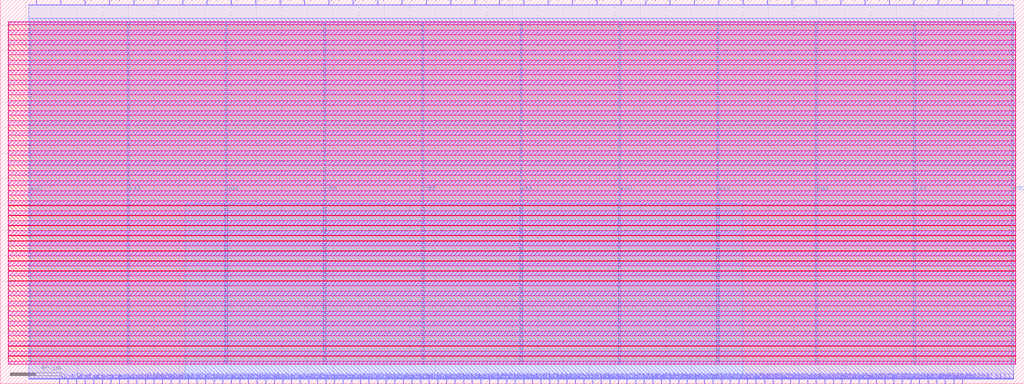
<source format=lef>
VERSION 5.7 ;
  NOWIREEXTENSIONATPIN ON ;
  DIVIDERCHAR "/" ;
  BUSBITCHARS "[]" ;
MACRO wrapped_wb_hyperram
  CLASS BLOCK ;
  FOREIGN wrapped_wb_hyperram ;
  ORIGIN 0.000 0.000 ;
  SIZE 800.000 BY 300.000 ;
  PIN io_in[0]
    DIRECTION INPUT ;
    USE SIGNAL ;
    PORT
      LAYER Metal2 ;
        RECT 47.040 296.000 47.600 300.000 ;
    END
  END io_in[0]
  PIN io_in[10]
    DIRECTION INPUT ;
    USE SIGNAL ;
    ANTENNAGATEAREA 0.498500 ;
    ANTENNADIFFAREA 0.410400 ;
    PORT
      LAYER Metal2 ;
        RECT 618.240 296.000 618.800 300.000 ;
    END
  END io_in[10]
  PIN io_in[11]
    DIRECTION INPUT ;
    USE SIGNAL ;
    ANTENNAGATEAREA 0.726000 ;
    ANTENNADIFFAREA 0.410400 ;
    PORT
      LAYER Metal2 ;
        RECT 675.360 296.000 675.920 300.000 ;
    END
  END io_in[11]
  PIN io_in[12]
    DIRECTION INPUT ;
    USE SIGNAL ;
    ANTENNAGATEAREA 0.726000 ;
    ANTENNADIFFAREA 0.410400 ;
    PORT
      LAYER Metal2 ;
        RECT 732.480 296.000 733.040 300.000 ;
    END
  END io_in[12]
  PIN io_in[1]
    DIRECTION INPUT ;
    USE SIGNAL ;
    PORT
      LAYER Metal2 ;
        RECT 104.160 296.000 104.720 300.000 ;
    END
  END io_in[1]
  PIN io_in[2]
    DIRECTION INPUT ;
    USE SIGNAL ;
    PORT
      LAYER Metal2 ;
        RECT 161.280 296.000 161.840 300.000 ;
    END
  END io_in[2]
  PIN io_in[3]
    DIRECTION INPUT ;
    USE SIGNAL ;
    PORT
      LAYER Metal2 ;
        RECT 218.400 296.000 218.960 300.000 ;
    END
  END io_in[3]
  PIN io_in[4]
    DIRECTION INPUT ;
    USE SIGNAL ;
    ANTENNAGATEAREA 0.726000 ;
    ANTENNADIFFAREA 0.410400 ;
    PORT
      LAYER Metal2 ;
        RECT 275.520 296.000 276.080 300.000 ;
    END
  END io_in[4]
  PIN io_in[5]
    DIRECTION INPUT ;
    USE SIGNAL ;
    ANTENNAGATEAREA 0.498500 ;
    ANTENNADIFFAREA 0.410400 ;
    PORT
      LAYER Metal2 ;
        RECT 332.640 296.000 333.200 300.000 ;
    END
  END io_in[5]
  PIN io_in[6]
    DIRECTION INPUT ;
    USE SIGNAL ;
    ANTENNAGATEAREA 0.741000 ;
    ANTENNADIFFAREA 0.410400 ;
    PORT
      LAYER Metal2 ;
        RECT 389.760 296.000 390.320 300.000 ;
    END
  END io_in[6]
  PIN io_in[7]
    DIRECTION INPUT ;
    USE SIGNAL ;
    ANTENNAGATEAREA 0.498500 ;
    ANTENNADIFFAREA 0.410400 ;
    PORT
      LAYER Metal2 ;
        RECT 446.880 296.000 447.440 300.000 ;
    END
  END io_in[7]
  PIN io_in[8]
    DIRECTION INPUT ;
    USE SIGNAL ;
    ANTENNAGATEAREA 0.498500 ;
    ANTENNADIFFAREA 0.410400 ;
    PORT
      LAYER Metal2 ;
        RECT 504.000 296.000 504.560 300.000 ;
    END
  END io_in[8]
  PIN io_in[9]
    DIRECTION INPUT ;
    USE SIGNAL ;
    ANTENNAGATEAREA 0.498500 ;
    ANTENNADIFFAREA 0.410400 ;
    PORT
      LAYER Metal2 ;
        RECT 561.120 296.000 561.680 300.000 ;
    END
  END io_in[9]
  PIN io_oeb[0]
    DIRECTION OUTPUT TRISTATE ;
    USE SIGNAL ;
    ANTENNADIFFAREA 0.360800 ;
    PORT
      LAYER Metal2 ;
        RECT 66.080 296.000 66.640 300.000 ;
    END
  END io_oeb[0]
  PIN io_oeb[10]
    DIRECTION OUTPUT TRISTATE ;
    USE SIGNAL ;
    ANTENNADIFFAREA 4.731200 ;
    PORT
      LAYER Metal2 ;
        RECT 637.280 296.000 637.840 300.000 ;
    END
  END io_oeb[10]
  PIN io_oeb[11]
    DIRECTION OUTPUT TRISTATE ;
    USE SIGNAL ;
    ANTENNADIFFAREA 4.731200 ;
    PORT
      LAYER Metal2 ;
        RECT 694.400 296.000 694.960 300.000 ;
    END
  END io_oeb[11]
  PIN io_oeb[12]
    DIRECTION OUTPUT TRISTATE ;
    USE SIGNAL ;
    ANTENNADIFFAREA 4.731200 ;
    PORT
      LAYER Metal2 ;
        RECT 751.520 296.000 752.080 300.000 ;
    END
  END io_oeb[12]
  PIN io_oeb[1]
    DIRECTION OUTPUT TRISTATE ;
    USE SIGNAL ;
    ANTENNADIFFAREA 0.360800 ;
    PORT
      LAYER Metal2 ;
        RECT 123.200 296.000 123.760 300.000 ;
    END
  END io_oeb[1]
  PIN io_oeb[2]
    DIRECTION OUTPUT TRISTATE ;
    USE SIGNAL ;
    ANTENNADIFFAREA 0.360800 ;
    PORT
      LAYER Metal2 ;
        RECT 180.320 296.000 180.880 300.000 ;
    END
  END io_oeb[2]
  PIN io_oeb[3]
    DIRECTION OUTPUT TRISTATE ;
    USE SIGNAL ;
    ANTENNADIFFAREA 0.360800 ;
    PORT
      LAYER Metal2 ;
        RECT 237.440 296.000 238.000 300.000 ;
    END
  END io_oeb[3]
  PIN io_oeb[4]
    DIRECTION OUTPUT TRISTATE ;
    USE SIGNAL ;
    ANTENNADIFFAREA 4.731200 ;
    PORT
      LAYER Metal2 ;
        RECT 294.560 296.000 295.120 300.000 ;
    END
  END io_oeb[4]
  PIN io_oeb[5]
    DIRECTION OUTPUT TRISTATE ;
    USE SIGNAL ;
    ANTENNADIFFAREA 4.731200 ;
    PORT
      LAYER Metal2 ;
        RECT 351.680 296.000 352.240 300.000 ;
    END
  END io_oeb[5]
  PIN io_oeb[6]
    DIRECTION OUTPUT TRISTATE ;
    USE SIGNAL ;
    ANTENNADIFFAREA 4.731200 ;
    PORT
      LAYER Metal2 ;
        RECT 408.800 296.000 409.360 300.000 ;
    END
  END io_oeb[6]
  PIN io_oeb[7]
    DIRECTION OUTPUT TRISTATE ;
    USE SIGNAL ;
    ANTENNADIFFAREA 4.731200 ;
    PORT
      LAYER Metal2 ;
        RECT 465.920 296.000 466.480 300.000 ;
    END
  END io_oeb[7]
  PIN io_oeb[8]
    DIRECTION OUTPUT TRISTATE ;
    USE SIGNAL ;
    ANTENNADIFFAREA 4.731200 ;
    PORT
      LAYER Metal2 ;
        RECT 523.040 296.000 523.600 300.000 ;
    END
  END io_oeb[8]
  PIN io_oeb[9]
    DIRECTION OUTPUT TRISTATE ;
    USE SIGNAL ;
    ANTENNADIFFAREA 4.731200 ;
    PORT
      LAYER Metal2 ;
        RECT 580.160 296.000 580.720 300.000 ;
    END
  END io_oeb[9]
  PIN io_out[0]
    DIRECTION OUTPUT TRISTATE ;
    USE SIGNAL ;
    ANTENNADIFFAREA 4.731200 ;
    PORT
      LAYER Metal2 ;
        RECT 85.120 296.000 85.680 300.000 ;
    END
  END io_out[0]
  PIN io_out[10]
    DIRECTION OUTPUT TRISTATE ;
    USE SIGNAL ;
    ANTENNADIFFAREA 4.731200 ;
    PORT
      LAYER Metal2 ;
        RECT 656.320 296.000 656.880 300.000 ;
    END
  END io_out[10]
  PIN io_out[11]
    DIRECTION OUTPUT TRISTATE ;
    USE SIGNAL ;
    ANTENNADIFFAREA 4.731200 ;
    PORT
      LAYER Metal2 ;
        RECT 713.440 296.000 714.000 300.000 ;
    END
  END io_out[11]
  PIN io_out[12]
    DIRECTION OUTPUT TRISTATE ;
    USE SIGNAL ;
    ANTENNADIFFAREA 4.731200 ;
    PORT
      LAYER Metal2 ;
        RECT 770.560 296.000 771.120 300.000 ;
    END
  END io_out[12]
  PIN io_out[1]
    DIRECTION OUTPUT TRISTATE ;
    USE SIGNAL ;
    ANTENNADIFFAREA 4.731200 ;
    PORT
      LAYER Metal2 ;
        RECT 142.240 296.000 142.800 300.000 ;
    END
  END io_out[1]
  PIN io_out[2]
    DIRECTION OUTPUT TRISTATE ;
    USE SIGNAL ;
    ANTENNADIFFAREA 4.731200 ;
    PORT
      LAYER Metal2 ;
        RECT 199.360 296.000 199.920 300.000 ;
    END
  END io_out[2]
  PIN io_out[3]
    DIRECTION OUTPUT TRISTATE ;
    USE SIGNAL ;
    ANTENNADIFFAREA 4.731200 ;
    PORT
      LAYER Metal2 ;
        RECT 256.480 296.000 257.040 300.000 ;
    END
  END io_out[3]
  PIN io_out[4]
    DIRECTION OUTPUT TRISTATE ;
    USE SIGNAL ;
    ANTENNADIFFAREA 4.731200 ;
    PORT
      LAYER Metal2 ;
        RECT 313.600 296.000 314.160 300.000 ;
    END
  END io_out[4]
  PIN io_out[5]
    DIRECTION OUTPUT TRISTATE ;
    USE SIGNAL ;
    ANTENNADIFFAREA 4.731200 ;
    PORT
      LAYER Metal2 ;
        RECT 370.720 296.000 371.280 300.000 ;
    END
  END io_out[5]
  PIN io_out[6]
    DIRECTION OUTPUT TRISTATE ;
    USE SIGNAL ;
    ANTENNADIFFAREA 4.731200 ;
    PORT
      LAYER Metal2 ;
        RECT 427.840 296.000 428.400 300.000 ;
    END
  END io_out[6]
  PIN io_out[7]
    DIRECTION OUTPUT TRISTATE ;
    USE SIGNAL ;
    ANTENNADIFFAREA 4.731200 ;
    PORT
      LAYER Metal2 ;
        RECT 484.960 296.000 485.520 300.000 ;
    END
  END io_out[7]
  PIN io_out[8]
    DIRECTION OUTPUT TRISTATE ;
    USE SIGNAL ;
    ANTENNADIFFAREA 4.731200 ;
    PORT
      LAYER Metal2 ;
        RECT 542.080 296.000 542.640 300.000 ;
    END
  END io_out[8]
  PIN io_out[9]
    DIRECTION OUTPUT TRISTATE ;
    USE SIGNAL ;
    ANTENNADIFFAREA 4.731200 ;
    PORT
      LAYER Metal2 ;
        RECT 599.200 296.000 599.760 300.000 ;
    END
  END io_out[9]
  PIN rst_i
    DIRECTION INPUT ;
    USE SIGNAL ;
    ANTENNAGATEAREA 0.498500 ;
    ANTENNADIFFAREA 0.410400 ;
    PORT
      LAYER Metal2 ;
        RECT 28.000 296.000 28.560 300.000 ;
    END
  END rst_i
  PIN vdd
    DIRECTION INOUT ;
    USE POWER ;
    PORT
      LAYER Metal4 ;
        RECT 22.240 15.380 23.840 282.540 ;
    END
    PORT
      LAYER Metal4 ;
        RECT 175.840 15.380 177.440 282.540 ;
    END
    PORT
      LAYER Metal4 ;
        RECT 329.440 15.380 331.040 282.540 ;
    END
    PORT
      LAYER Metal4 ;
        RECT 483.040 15.380 484.640 282.540 ;
    END
    PORT
      LAYER Metal4 ;
        RECT 636.640 15.380 638.240 282.540 ;
    END
    PORT
      LAYER Metal4 ;
        RECT 790.240 15.380 791.840 282.540 ;
    END
  END vdd
  PIN vss
    DIRECTION INOUT ;
    USE GROUND ;
    PORT
      LAYER Metal4 ;
        RECT 99.040 15.380 100.640 282.540 ;
    END
    PORT
      LAYER Metal4 ;
        RECT 252.640 15.380 254.240 282.540 ;
    END
    PORT
      LAYER Metal4 ;
        RECT 406.240 15.380 407.840 282.540 ;
    END
    PORT
      LAYER Metal4 ;
        RECT 559.840 15.380 561.440 282.540 ;
    END
    PORT
      LAYER Metal4 ;
        RECT 713.440 15.380 715.040 282.540 ;
    END
  END vss
  PIN wb_clk_i
    DIRECTION INPUT ;
    USE SIGNAL ;
    ANTENNAGATEAREA 4.738000 ;
    ANTENNADIFFAREA 0.410400 ;
    PORT
      LAYER Metal2 ;
        RECT 45.920 0.000 46.480 4.000 ;
    END
  END wb_clk_i
  PIN wb_rst_i
    DIRECTION INPUT ;
    USE SIGNAL ;
    ANTENNAGATEAREA 0.726000 ;
    ANTENNADIFFAREA 0.410400 ;
    PORT
      LAYER Metal2 ;
        RECT 52.640 0.000 53.200 4.000 ;
    END
  END wb_rst_i
  PIN wbs_ack_o
    DIRECTION OUTPUT TRISTATE ;
    USE SIGNAL ;
    ANTENNADIFFAREA 4.731200 ;
    PORT
      LAYER Metal2 ;
        RECT 59.360 0.000 59.920 4.000 ;
    END
  END wbs_ack_o
  PIN wbs_adr_i[0]
    DIRECTION INPUT ;
    USE SIGNAL ;
    ANTENNAGATEAREA 0.396000 ;
    ANTENNADIFFAREA 0.410400 ;
    PORT
      LAYER Metal2 ;
        RECT 86.240 0.000 86.800 4.000 ;
    END
  END wbs_adr_i[0]
  PIN wbs_adr_i[10]
    DIRECTION INPUT ;
    USE SIGNAL ;
    ANTENNAGATEAREA 0.396000 ;
    ANTENNADIFFAREA 0.410400 ;
    PORT
      LAYER Metal2 ;
        RECT 314.720 0.000 315.280 4.000 ;
    END
  END wbs_adr_i[10]
  PIN wbs_adr_i[11]
    DIRECTION INPUT ;
    USE SIGNAL ;
    ANTENNAGATEAREA 0.396000 ;
    ANTENNADIFFAREA 0.410400 ;
    PORT
      LAYER Metal2 ;
        RECT 334.880 0.000 335.440 4.000 ;
    END
  END wbs_adr_i[11]
  PIN wbs_adr_i[12]
    DIRECTION INPUT ;
    USE SIGNAL ;
    ANTENNAGATEAREA 0.396000 ;
    ANTENNADIFFAREA 0.410400 ;
    PORT
      LAYER Metal2 ;
        RECT 355.040 0.000 355.600 4.000 ;
    END
  END wbs_adr_i[12]
  PIN wbs_adr_i[13]
    DIRECTION INPUT ;
    USE SIGNAL ;
    ANTENNAGATEAREA 0.396000 ;
    ANTENNADIFFAREA 0.410400 ;
    PORT
      LAYER Metal2 ;
        RECT 375.200 0.000 375.760 4.000 ;
    END
  END wbs_adr_i[13]
  PIN wbs_adr_i[14]
    DIRECTION INPUT ;
    USE SIGNAL ;
    ANTENNAGATEAREA 0.396000 ;
    ANTENNADIFFAREA 0.410400 ;
    PORT
      LAYER Metal2 ;
        RECT 395.360 0.000 395.920 4.000 ;
    END
  END wbs_adr_i[14]
  PIN wbs_adr_i[15]
    DIRECTION INPUT ;
    USE SIGNAL ;
    ANTENNAGATEAREA 0.396000 ;
    ANTENNADIFFAREA 0.410400 ;
    PORT
      LAYER Metal2 ;
        RECT 415.520 0.000 416.080 4.000 ;
    END
  END wbs_adr_i[15]
  PIN wbs_adr_i[16]
    DIRECTION INPUT ;
    USE SIGNAL ;
    ANTENNAGATEAREA 0.396000 ;
    ANTENNADIFFAREA 0.410400 ;
    PORT
      LAYER Metal2 ;
        RECT 435.680 0.000 436.240 4.000 ;
    END
  END wbs_adr_i[16]
  PIN wbs_adr_i[17]
    DIRECTION INPUT ;
    USE SIGNAL ;
    ANTENNAGATEAREA 0.396000 ;
    ANTENNADIFFAREA 0.410400 ;
    PORT
      LAYER Metal2 ;
        RECT 455.840 0.000 456.400 4.000 ;
    END
  END wbs_adr_i[17]
  PIN wbs_adr_i[18]
    DIRECTION INPUT ;
    USE SIGNAL ;
    ANTENNAGATEAREA 0.396000 ;
    ANTENNADIFFAREA 0.410400 ;
    PORT
      LAYER Metal2 ;
        RECT 476.000 0.000 476.560 4.000 ;
    END
  END wbs_adr_i[18]
  PIN wbs_adr_i[19]
    DIRECTION INPUT ;
    USE SIGNAL ;
    ANTENNAGATEAREA 0.396000 ;
    ANTENNADIFFAREA 0.410400 ;
    PORT
      LAYER Metal2 ;
        RECT 496.160 0.000 496.720 4.000 ;
    END
  END wbs_adr_i[19]
  PIN wbs_adr_i[1]
    DIRECTION INPUT ;
    USE SIGNAL ;
    ANTENNAGATEAREA 0.396000 ;
    ANTENNADIFFAREA 0.410400 ;
    PORT
      LAYER Metal2 ;
        RECT 113.120 0.000 113.680 4.000 ;
    END
  END wbs_adr_i[1]
  PIN wbs_adr_i[20]
    DIRECTION INPUT ;
    USE SIGNAL ;
    ANTENNAGATEAREA 0.396000 ;
    ANTENNADIFFAREA 0.410400 ;
    PORT
      LAYER Metal2 ;
        RECT 516.320 0.000 516.880 4.000 ;
    END
  END wbs_adr_i[20]
  PIN wbs_adr_i[21]
    DIRECTION INPUT ;
    USE SIGNAL ;
    ANTENNAGATEAREA 0.396000 ;
    ANTENNADIFFAREA 0.410400 ;
    PORT
      LAYER Metal2 ;
        RECT 536.480 0.000 537.040 4.000 ;
    END
  END wbs_adr_i[21]
  PIN wbs_adr_i[22]
    DIRECTION INPUT ;
    USE SIGNAL ;
    ANTENNAGATEAREA 0.396000 ;
    ANTENNADIFFAREA 0.410400 ;
    PORT
      LAYER Metal2 ;
        RECT 556.640 0.000 557.200 4.000 ;
    END
  END wbs_adr_i[22]
  PIN wbs_adr_i[23]
    DIRECTION INPUT ;
    USE SIGNAL ;
    ANTENNAGATEAREA 0.396000 ;
    ANTENNADIFFAREA 0.410400 ;
    PORT
      LAYER Metal2 ;
        RECT 576.800 0.000 577.360 4.000 ;
    END
  END wbs_adr_i[23]
  PIN wbs_adr_i[24]
    DIRECTION INPUT ;
    USE SIGNAL ;
    ANTENNAGATEAREA 0.396000 ;
    ANTENNADIFFAREA 0.410400 ;
    PORT
      LAYER Metal2 ;
        RECT 596.960 0.000 597.520 4.000 ;
    END
  END wbs_adr_i[24]
  PIN wbs_adr_i[25]
    DIRECTION INPUT ;
    USE SIGNAL ;
    ANTENNAGATEAREA 0.741000 ;
    ANTENNADIFFAREA 0.410400 ;
    PORT
      LAYER Metal2 ;
        RECT 617.120 0.000 617.680 4.000 ;
    END
  END wbs_adr_i[25]
  PIN wbs_adr_i[26]
    DIRECTION INPUT ;
    USE SIGNAL ;
    ANTENNAGATEAREA 0.396000 ;
    ANTENNADIFFAREA 0.410400 ;
    PORT
      LAYER Metal2 ;
        RECT 637.280 0.000 637.840 4.000 ;
    END
  END wbs_adr_i[26]
  PIN wbs_adr_i[27]
    DIRECTION INPUT ;
    USE SIGNAL ;
    ANTENNAGATEAREA 0.741000 ;
    ANTENNADIFFAREA 0.410400 ;
    PORT
      LAYER Metal2 ;
        RECT 657.440 0.000 658.000 4.000 ;
    END
  END wbs_adr_i[27]
  PIN wbs_adr_i[28]
    DIRECTION INPUT ;
    USE SIGNAL ;
    ANTENNAGATEAREA 0.741000 ;
    ANTENNADIFFAREA 0.410400 ;
    PORT
      LAYER Metal2 ;
        RECT 677.600 0.000 678.160 4.000 ;
    END
  END wbs_adr_i[28]
  PIN wbs_adr_i[29]
    DIRECTION INPUT ;
    USE SIGNAL ;
    ANTENNAGATEAREA 0.741000 ;
    ANTENNADIFFAREA 0.410400 ;
    PORT
      LAYER Metal2 ;
        RECT 697.760 0.000 698.320 4.000 ;
    END
  END wbs_adr_i[29]
  PIN wbs_adr_i[2]
    DIRECTION INPUT ;
    USE SIGNAL ;
    ANTENNAGATEAREA 0.396000 ;
    ANTENNADIFFAREA 0.410400 ;
    PORT
      LAYER Metal2 ;
        RECT 140.000 0.000 140.560 4.000 ;
    END
  END wbs_adr_i[2]
  PIN wbs_adr_i[30]
    DIRECTION INPUT ;
    USE SIGNAL ;
    ANTENNAGATEAREA 0.396000 ;
    ANTENNADIFFAREA 0.410400 ;
    PORT
      LAYER Metal2 ;
        RECT 717.920 0.000 718.480 4.000 ;
    END
  END wbs_adr_i[30]
  PIN wbs_adr_i[31]
    DIRECTION INPUT ;
    USE SIGNAL ;
    ANTENNAGATEAREA 0.741000 ;
    ANTENNADIFFAREA 0.410400 ;
    PORT
      LAYER Metal2 ;
        RECT 738.080 0.000 738.640 4.000 ;
    END
  END wbs_adr_i[31]
  PIN wbs_adr_i[3]
    DIRECTION INPUT ;
    USE SIGNAL ;
    ANTENNAGATEAREA 0.396000 ;
    ANTENNADIFFAREA 0.410400 ;
    PORT
      LAYER Metal2 ;
        RECT 166.880 0.000 167.440 4.000 ;
    END
  END wbs_adr_i[3]
  PIN wbs_adr_i[4]
    DIRECTION INPUT ;
    USE SIGNAL ;
    ANTENNAGATEAREA 0.396000 ;
    ANTENNADIFFAREA 0.410400 ;
    PORT
      LAYER Metal2 ;
        RECT 193.760 0.000 194.320 4.000 ;
    END
  END wbs_adr_i[4]
  PIN wbs_adr_i[5]
    DIRECTION INPUT ;
    USE SIGNAL ;
    ANTENNAGATEAREA 0.396000 ;
    ANTENNADIFFAREA 0.410400 ;
    PORT
      LAYER Metal2 ;
        RECT 213.920 0.000 214.480 4.000 ;
    END
  END wbs_adr_i[5]
  PIN wbs_adr_i[6]
    DIRECTION INPUT ;
    USE SIGNAL ;
    ANTENNAGATEAREA 0.396000 ;
    ANTENNADIFFAREA 0.410400 ;
    PORT
      LAYER Metal2 ;
        RECT 234.080 0.000 234.640 4.000 ;
    END
  END wbs_adr_i[6]
  PIN wbs_adr_i[7]
    DIRECTION INPUT ;
    USE SIGNAL ;
    ANTENNAGATEAREA 0.396000 ;
    ANTENNADIFFAREA 0.410400 ;
    PORT
      LAYER Metal2 ;
        RECT 254.240 0.000 254.800 4.000 ;
    END
  END wbs_adr_i[7]
  PIN wbs_adr_i[8]
    DIRECTION INPUT ;
    USE SIGNAL ;
    ANTENNAGATEAREA 0.396000 ;
    ANTENNADIFFAREA 0.410400 ;
    PORT
      LAYER Metal2 ;
        RECT 274.400 0.000 274.960 4.000 ;
    END
  END wbs_adr_i[8]
  PIN wbs_adr_i[9]
    DIRECTION INPUT ;
    USE SIGNAL ;
    ANTENNAGATEAREA 0.396000 ;
    ANTENNADIFFAREA 0.410400 ;
    PORT
      LAYER Metal2 ;
        RECT 294.560 0.000 295.120 4.000 ;
    END
  END wbs_adr_i[9]
  PIN wbs_cyc_i
    DIRECTION INPUT ;
    USE SIGNAL ;
    ANTENNAGATEAREA 0.741000 ;
    ANTENNADIFFAREA 0.410400 ;
    PORT
      LAYER Metal2 ;
        RECT 66.080 0.000 66.640 4.000 ;
    END
  END wbs_cyc_i
  PIN wbs_dat_i[0]
    DIRECTION INPUT ;
    USE SIGNAL ;
    ANTENNAGATEAREA 0.396000 ;
    ANTENNADIFFAREA 0.410400 ;
    PORT
      LAYER Metal2 ;
        RECT 92.960 0.000 93.520 4.000 ;
    END
  END wbs_dat_i[0]
  PIN wbs_dat_i[10]
    DIRECTION INPUT ;
    USE SIGNAL ;
    ANTENNAGATEAREA 0.396000 ;
    ANTENNADIFFAREA 0.410400 ;
    PORT
      LAYER Metal2 ;
        RECT 321.440 0.000 322.000 4.000 ;
    END
  END wbs_dat_i[10]
  PIN wbs_dat_i[11]
    DIRECTION INPUT ;
    USE SIGNAL ;
    ANTENNAGATEAREA 0.396000 ;
    ANTENNADIFFAREA 0.410400 ;
    PORT
      LAYER Metal2 ;
        RECT 341.600 0.000 342.160 4.000 ;
    END
  END wbs_dat_i[11]
  PIN wbs_dat_i[12]
    DIRECTION INPUT ;
    USE SIGNAL ;
    ANTENNAGATEAREA 0.396000 ;
    ANTENNADIFFAREA 0.410400 ;
    PORT
      LAYER Metal2 ;
        RECT 361.760 0.000 362.320 4.000 ;
    END
  END wbs_dat_i[12]
  PIN wbs_dat_i[13]
    DIRECTION INPUT ;
    USE SIGNAL ;
    ANTENNAGATEAREA 0.396000 ;
    ANTENNADIFFAREA 0.410400 ;
    PORT
      LAYER Metal2 ;
        RECT 381.920 0.000 382.480 4.000 ;
    END
  END wbs_dat_i[13]
  PIN wbs_dat_i[14]
    DIRECTION INPUT ;
    USE SIGNAL ;
    ANTENNAGATEAREA 0.396000 ;
    ANTENNADIFFAREA 0.410400 ;
    PORT
      LAYER Metal2 ;
        RECT 402.080 0.000 402.640 4.000 ;
    END
  END wbs_dat_i[14]
  PIN wbs_dat_i[15]
    DIRECTION INPUT ;
    USE SIGNAL ;
    ANTENNAGATEAREA 0.396000 ;
    ANTENNADIFFAREA 0.410400 ;
    PORT
      LAYER Metal2 ;
        RECT 422.240 0.000 422.800 4.000 ;
    END
  END wbs_dat_i[15]
  PIN wbs_dat_i[16]
    DIRECTION INPUT ;
    USE SIGNAL ;
    ANTENNAGATEAREA 0.396000 ;
    ANTENNADIFFAREA 0.410400 ;
    PORT
      LAYER Metal2 ;
        RECT 442.400 0.000 442.960 4.000 ;
    END
  END wbs_dat_i[16]
  PIN wbs_dat_i[17]
    DIRECTION INPUT ;
    USE SIGNAL ;
    ANTENNAGATEAREA 0.396000 ;
    ANTENNADIFFAREA 0.410400 ;
    PORT
      LAYER Metal2 ;
        RECT 462.560 0.000 463.120 4.000 ;
    END
  END wbs_dat_i[17]
  PIN wbs_dat_i[18]
    DIRECTION INPUT ;
    USE SIGNAL ;
    ANTENNAGATEAREA 0.396000 ;
    ANTENNADIFFAREA 0.410400 ;
    PORT
      LAYER Metal2 ;
        RECT 482.720 0.000 483.280 4.000 ;
    END
  END wbs_dat_i[18]
  PIN wbs_dat_i[19]
    DIRECTION INPUT ;
    USE SIGNAL ;
    ANTENNAGATEAREA 0.396000 ;
    ANTENNADIFFAREA 0.410400 ;
    PORT
      LAYER Metal2 ;
        RECT 502.880 0.000 503.440 4.000 ;
    END
  END wbs_dat_i[19]
  PIN wbs_dat_i[1]
    DIRECTION INPUT ;
    USE SIGNAL ;
    ANTENNAGATEAREA 0.396000 ;
    ANTENNADIFFAREA 0.410400 ;
    PORT
      LAYER Metal2 ;
        RECT 119.840 0.000 120.400 4.000 ;
    END
  END wbs_dat_i[1]
  PIN wbs_dat_i[20]
    DIRECTION INPUT ;
    USE SIGNAL ;
    ANTENNAGATEAREA 0.396000 ;
    ANTENNADIFFAREA 0.410400 ;
    PORT
      LAYER Metal2 ;
        RECT 523.040 0.000 523.600 4.000 ;
    END
  END wbs_dat_i[20]
  PIN wbs_dat_i[21]
    DIRECTION INPUT ;
    USE SIGNAL ;
    ANTENNAGATEAREA 0.396000 ;
    ANTENNADIFFAREA 0.410400 ;
    PORT
      LAYER Metal2 ;
        RECT 543.200 0.000 543.760 4.000 ;
    END
  END wbs_dat_i[21]
  PIN wbs_dat_i[22]
    DIRECTION INPUT ;
    USE SIGNAL ;
    ANTENNAGATEAREA 0.396000 ;
    ANTENNADIFFAREA 0.410400 ;
    PORT
      LAYER Metal2 ;
        RECT 563.360 0.000 563.920 4.000 ;
    END
  END wbs_dat_i[22]
  PIN wbs_dat_i[23]
    DIRECTION INPUT ;
    USE SIGNAL ;
    ANTENNAGATEAREA 0.396000 ;
    ANTENNADIFFAREA 0.410400 ;
    PORT
      LAYER Metal2 ;
        RECT 583.520 0.000 584.080 4.000 ;
    END
  END wbs_dat_i[23]
  PIN wbs_dat_i[24]
    DIRECTION INPUT ;
    USE SIGNAL ;
    ANTENNAGATEAREA 0.396000 ;
    ANTENNADIFFAREA 0.410400 ;
    PORT
      LAYER Metal2 ;
        RECT 603.680 0.000 604.240 4.000 ;
    END
  END wbs_dat_i[24]
  PIN wbs_dat_i[25]
    DIRECTION INPUT ;
    USE SIGNAL ;
    ANTENNAGATEAREA 0.396000 ;
    ANTENNADIFFAREA 0.410400 ;
    PORT
      LAYER Metal2 ;
        RECT 623.840 0.000 624.400 4.000 ;
    END
  END wbs_dat_i[25]
  PIN wbs_dat_i[26]
    DIRECTION INPUT ;
    USE SIGNAL ;
    ANTENNAGATEAREA 0.396000 ;
    ANTENNADIFFAREA 0.410400 ;
    PORT
      LAYER Metal2 ;
        RECT 644.000 0.000 644.560 4.000 ;
    END
  END wbs_dat_i[26]
  PIN wbs_dat_i[27]
    DIRECTION INPUT ;
    USE SIGNAL ;
    ANTENNAGATEAREA 0.396000 ;
    ANTENNADIFFAREA 0.410400 ;
    PORT
      LAYER Metal2 ;
        RECT 664.160 0.000 664.720 4.000 ;
    END
  END wbs_dat_i[27]
  PIN wbs_dat_i[28]
    DIRECTION INPUT ;
    USE SIGNAL ;
    ANTENNAGATEAREA 0.396000 ;
    ANTENNADIFFAREA 0.410400 ;
    PORT
      LAYER Metal2 ;
        RECT 684.320 0.000 684.880 4.000 ;
    END
  END wbs_dat_i[28]
  PIN wbs_dat_i[29]
    DIRECTION INPUT ;
    USE SIGNAL ;
    ANTENNAGATEAREA 0.396000 ;
    ANTENNADIFFAREA 0.410400 ;
    PORT
      LAYER Metal2 ;
        RECT 704.480 0.000 705.040 4.000 ;
    END
  END wbs_dat_i[29]
  PIN wbs_dat_i[2]
    DIRECTION INPUT ;
    USE SIGNAL ;
    ANTENNAGATEAREA 0.396000 ;
    ANTENNADIFFAREA 0.410400 ;
    PORT
      LAYER Metal2 ;
        RECT 146.720 0.000 147.280 4.000 ;
    END
  END wbs_dat_i[2]
  PIN wbs_dat_i[30]
    DIRECTION INPUT ;
    USE SIGNAL ;
    ANTENNAGATEAREA 0.396000 ;
    ANTENNADIFFAREA 0.410400 ;
    PORT
      LAYER Metal2 ;
        RECT 724.640 0.000 725.200 4.000 ;
    END
  END wbs_dat_i[30]
  PIN wbs_dat_i[31]
    DIRECTION INPUT ;
    USE SIGNAL ;
    ANTENNAGATEAREA 0.396000 ;
    ANTENNADIFFAREA 0.410400 ;
    PORT
      LAYER Metal2 ;
        RECT 744.800 0.000 745.360 4.000 ;
    END
  END wbs_dat_i[31]
  PIN wbs_dat_i[3]
    DIRECTION INPUT ;
    USE SIGNAL ;
    ANTENNAGATEAREA 0.396000 ;
    ANTENNADIFFAREA 0.410400 ;
    PORT
      LAYER Metal2 ;
        RECT 173.600 0.000 174.160 4.000 ;
    END
  END wbs_dat_i[3]
  PIN wbs_dat_i[4]
    DIRECTION INPUT ;
    USE SIGNAL ;
    ANTENNAGATEAREA 0.396000 ;
    ANTENNADIFFAREA 0.410400 ;
    PORT
      LAYER Metal2 ;
        RECT 200.480 0.000 201.040 4.000 ;
    END
  END wbs_dat_i[4]
  PIN wbs_dat_i[5]
    DIRECTION INPUT ;
    USE SIGNAL ;
    ANTENNAGATEAREA 0.396000 ;
    ANTENNADIFFAREA 0.410400 ;
    PORT
      LAYER Metal2 ;
        RECT 220.640 0.000 221.200 4.000 ;
    END
  END wbs_dat_i[5]
  PIN wbs_dat_i[6]
    DIRECTION INPUT ;
    USE SIGNAL ;
    ANTENNAGATEAREA 0.396000 ;
    ANTENNADIFFAREA 0.410400 ;
    PORT
      LAYER Metal2 ;
        RECT 240.800 0.000 241.360 4.000 ;
    END
  END wbs_dat_i[6]
  PIN wbs_dat_i[7]
    DIRECTION INPUT ;
    USE SIGNAL ;
    ANTENNAGATEAREA 0.396000 ;
    ANTENNADIFFAREA 0.410400 ;
    PORT
      LAYER Metal2 ;
        RECT 260.960 0.000 261.520 4.000 ;
    END
  END wbs_dat_i[7]
  PIN wbs_dat_i[8]
    DIRECTION INPUT ;
    USE SIGNAL ;
    ANTENNAGATEAREA 0.396000 ;
    ANTENNADIFFAREA 0.410400 ;
    PORT
      LAYER Metal2 ;
        RECT 281.120 0.000 281.680 4.000 ;
    END
  END wbs_dat_i[8]
  PIN wbs_dat_i[9]
    DIRECTION INPUT ;
    USE SIGNAL ;
    ANTENNAGATEAREA 0.396000 ;
    ANTENNADIFFAREA 0.410400 ;
    PORT
      LAYER Metal2 ;
        RECT 301.280 0.000 301.840 4.000 ;
    END
  END wbs_dat_i[9]
  PIN wbs_dat_o[0]
    DIRECTION OUTPUT TRISTATE ;
    USE SIGNAL ;
    ANTENNADIFFAREA 4.731200 ;
    PORT
      LAYER Metal2 ;
        RECT 99.680 0.000 100.240 4.000 ;
    END
  END wbs_dat_o[0]
  PIN wbs_dat_o[10]
    DIRECTION OUTPUT TRISTATE ;
    USE SIGNAL ;
    ANTENNADIFFAREA 4.731200 ;
    PORT
      LAYER Metal2 ;
        RECT 328.160 0.000 328.720 4.000 ;
    END
  END wbs_dat_o[10]
  PIN wbs_dat_o[11]
    DIRECTION OUTPUT TRISTATE ;
    USE SIGNAL ;
    ANTENNADIFFAREA 4.731200 ;
    PORT
      LAYER Metal2 ;
        RECT 348.320 0.000 348.880 4.000 ;
    END
  END wbs_dat_o[11]
  PIN wbs_dat_o[12]
    DIRECTION OUTPUT TRISTATE ;
    USE SIGNAL ;
    ANTENNADIFFAREA 4.731200 ;
    PORT
      LAYER Metal2 ;
        RECT 368.480 0.000 369.040 4.000 ;
    END
  END wbs_dat_o[12]
  PIN wbs_dat_o[13]
    DIRECTION OUTPUT TRISTATE ;
    USE SIGNAL ;
    ANTENNADIFFAREA 4.731200 ;
    PORT
      LAYER Metal2 ;
        RECT 388.640 0.000 389.200 4.000 ;
    END
  END wbs_dat_o[13]
  PIN wbs_dat_o[14]
    DIRECTION OUTPUT TRISTATE ;
    USE SIGNAL ;
    ANTENNADIFFAREA 4.731200 ;
    PORT
      LAYER Metal2 ;
        RECT 408.800 0.000 409.360 4.000 ;
    END
  END wbs_dat_o[14]
  PIN wbs_dat_o[15]
    DIRECTION OUTPUT TRISTATE ;
    USE SIGNAL ;
    ANTENNADIFFAREA 4.731200 ;
    PORT
      LAYER Metal2 ;
        RECT 428.960 0.000 429.520 4.000 ;
    END
  END wbs_dat_o[15]
  PIN wbs_dat_o[16]
    DIRECTION OUTPUT TRISTATE ;
    USE SIGNAL ;
    ANTENNADIFFAREA 4.731200 ;
    PORT
      LAYER Metal2 ;
        RECT 449.120 0.000 449.680 4.000 ;
    END
  END wbs_dat_o[16]
  PIN wbs_dat_o[17]
    DIRECTION OUTPUT TRISTATE ;
    USE SIGNAL ;
    ANTENNADIFFAREA 4.731200 ;
    PORT
      LAYER Metal2 ;
        RECT 469.280 0.000 469.840 4.000 ;
    END
  END wbs_dat_o[17]
  PIN wbs_dat_o[18]
    DIRECTION OUTPUT TRISTATE ;
    USE SIGNAL ;
    ANTENNADIFFAREA 4.731200 ;
    PORT
      LAYER Metal2 ;
        RECT 489.440 0.000 490.000 4.000 ;
    END
  END wbs_dat_o[18]
  PIN wbs_dat_o[19]
    DIRECTION OUTPUT TRISTATE ;
    USE SIGNAL ;
    ANTENNADIFFAREA 4.731200 ;
    PORT
      LAYER Metal2 ;
        RECT 509.600 0.000 510.160 4.000 ;
    END
  END wbs_dat_o[19]
  PIN wbs_dat_o[1]
    DIRECTION OUTPUT TRISTATE ;
    USE SIGNAL ;
    ANTENNADIFFAREA 4.731200 ;
    PORT
      LAYER Metal2 ;
        RECT 126.560 0.000 127.120 4.000 ;
    END
  END wbs_dat_o[1]
  PIN wbs_dat_o[20]
    DIRECTION OUTPUT TRISTATE ;
    USE SIGNAL ;
    ANTENNADIFFAREA 4.731200 ;
    PORT
      LAYER Metal2 ;
        RECT 529.760 0.000 530.320 4.000 ;
    END
  END wbs_dat_o[20]
  PIN wbs_dat_o[21]
    DIRECTION OUTPUT TRISTATE ;
    USE SIGNAL ;
    ANTENNADIFFAREA 4.731200 ;
    PORT
      LAYER Metal2 ;
        RECT 549.920 0.000 550.480 4.000 ;
    END
  END wbs_dat_o[21]
  PIN wbs_dat_o[22]
    DIRECTION OUTPUT TRISTATE ;
    USE SIGNAL ;
    ANTENNADIFFAREA 4.731200 ;
    PORT
      LAYER Metal2 ;
        RECT 570.080 0.000 570.640 4.000 ;
    END
  END wbs_dat_o[22]
  PIN wbs_dat_o[23]
    DIRECTION OUTPUT TRISTATE ;
    USE SIGNAL ;
    ANTENNADIFFAREA 4.731200 ;
    PORT
      LAYER Metal2 ;
        RECT 590.240 0.000 590.800 4.000 ;
    END
  END wbs_dat_o[23]
  PIN wbs_dat_o[24]
    DIRECTION OUTPUT TRISTATE ;
    USE SIGNAL ;
    ANTENNADIFFAREA 4.731200 ;
    PORT
      LAYER Metal2 ;
        RECT 610.400 0.000 610.960 4.000 ;
    END
  END wbs_dat_o[24]
  PIN wbs_dat_o[25]
    DIRECTION OUTPUT TRISTATE ;
    USE SIGNAL ;
    ANTENNADIFFAREA 4.731200 ;
    PORT
      LAYER Metal2 ;
        RECT 630.560 0.000 631.120 4.000 ;
    END
  END wbs_dat_o[25]
  PIN wbs_dat_o[26]
    DIRECTION OUTPUT TRISTATE ;
    USE SIGNAL ;
    ANTENNADIFFAREA 4.731200 ;
    PORT
      LAYER Metal2 ;
        RECT 650.720 0.000 651.280 4.000 ;
    END
  END wbs_dat_o[26]
  PIN wbs_dat_o[27]
    DIRECTION OUTPUT TRISTATE ;
    USE SIGNAL ;
    ANTENNADIFFAREA 4.731200 ;
    PORT
      LAYER Metal2 ;
        RECT 670.880 0.000 671.440 4.000 ;
    END
  END wbs_dat_o[27]
  PIN wbs_dat_o[28]
    DIRECTION OUTPUT TRISTATE ;
    USE SIGNAL ;
    ANTENNADIFFAREA 4.731200 ;
    PORT
      LAYER Metal2 ;
        RECT 691.040 0.000 691.600 4.000 ;
    END
  END wbs_dat_o[28]
  PIN wbs_dat_o[29]
    DIRECTION OUTPUT TRISTATE ;
    USE SIGNAL ;
    ANTENNADIFFAREA 4.731200 ;
    PORT
      LAYER Metal2 ;
        RECT 711.200 0.000 711.760 4.000 ;
    END
  END wbs_dat_o[29]
  PIN wbs_dat_o[2]
    DIRECTION OUTPUT TRISTATE ;
    USE SIGNAL ;
    ANTENNADIFFAREA 4.731200 ;
    PORT
      LAYER Metal2 ;
        RECT 153.440 0.000 154.000 4.000 ;
    END
  END wbs_dat_o[2]
  PIN wbs_dat_o[30]
    DIRECTION OUTPUT TRISTATE ;
    USE SIGNAL ;
    ANTENNADIFFAREA 4.731200 ;
    PORT
      LAYER Metal2 ;
        RECT 731.360 0.000 731.920 4.000 ;
    END
  END wbs_dat_o[30]
  PIN wbs_dat_o[31]
    DIRECTION OUTPUT TRISTATE ;
    USE SIGNAL ;
    ANTENNADIFFAREA 4.731200 ;
    PORT
      LAYER Metal2 ;
        RECT 751.520 0.000 752.080 4.000 ;
    END
  END wbs_dat_o[31]
  PIN wbs_dat_o[3]
    DIRECTION OUTPUT TRISTATE ;
    USE SIGNAL ;
    ANTENNADIFFAREA 4.731200 ;
    PORT
      LAYER Metal2 ;
        RECT 180.320 0.000 180.880 4.000 ;
    END
  END wbs_dat_o[3]
  PIN wbs_dat_o[4]
    DIRECTION OUTPUT TRISTATE ;
    USE SIGNAL ;
    ANTENNADIFFAREA 4.731200 ;
    PORT
      LAYER Metal2 ;
        RECT 207.200 0.000 207.760 4.000 ;
    END
  END wbs_dat_o[4]
  PIN wbs_dat_o[5]
    DIRECTION OUTPUT TRISTATE ;
    USE SIGNAL ;
    ANTENNADIFFAREA 4.731200 ;
    PORT
      LAYER Metal2 ;
        RECT 227.360 0.000 227.920 4.000 ;
    END
  END wbs_dat_o[5]
  PIN wbs_dat_o[6]
    DIRECTION OUTPUT TRISTATE ;
    USE SIGNAL ;
    ANTENNADIFFAREA 4.731200 ;
    PORT
      LAYER Metal2 ;
        RECT 247.520 0.000 248.080 4.000 ;
    END
  END wbs_dat_o[6]
  PIN wbs_dat_o[7]
    DIRECTION OUTPUT TRISTATE ;
    USE SIGNAL ;
    ANTENNADIFFAREA 4.731200 ;
    PORT
      LAYER Metal2 ;
        RECT 267.680 0.000 268.240 4.000 ;
    END
  END wbs_dat_o[7]
  PIN wbs_dat_o[8]
    DIRECTION OUTPUT TRISTATE ;
    USE SIGNAL ;
    ANTENNADIFFAREA 4.731200 ;
    PORT
      LAYER Metal2 ;
        RECT 287.840 0.000 288.400 4.000 ;
    END
  END wbs_dat_o[8]
  PIN wbs_dat_o[9]
    DIRECTION OUTPUT TRISTATE ;
    USE SIGNAL ;
    ANTENNADIFFAREA 4.731200 ;
    PORT
      LAYER Metal2 ;
        RECT 308.000 0.000 308.560 4.000 ;
    END
  END wbs_dat_o[9]
  PIN wbs_sel_i[0]
    DIRECTION INPUT ;
    USE SIGNAL ;
    ANTENNAGATEAREA 0.396000 ;
    ANTENNADIFFAREA 0.410400 ;
    PORT
      LAYER Metal2 ;
        RECT 106.400 0.000 106.960 4.000 ;
    END
  END wbs_sel_i[0]
  PIN wbs_sel_i[1]
    DIRECTION INPUT ;
    USE SIGNAL ;
    ANTENNAGATEAREA 0.396000 ;
    ANTENNADIFFAREA 0.410400 ;
    PORT
      LAYER Metal2 ;
        RECT 133.280 0.000 133.840 4.000 ;
    END
  END wbs_sel_i[1]
  PIN wbs_sel_i[2]
    DIRECTION INPUT ;
    USE SIGNAL ;
    ANTENNAGATEAREA 0.396000 ;
    ANTENNADIFFAREA 0.410400 ;
    PORT
      LAYER Metal2 ;
        RECT 160.160 0.000 160.720 4.000 ;
    END
  END wbs_sel_i[2]
  PIN wbs_sel_i[3]
    DIRECTION INPUT ;
    USE SIGNAL ;
    ANTENNAGATEAREA 0.396000 ;
    ANTENNADIFFAREA 0.410400 ;
    PORT
      LAYER Metal2 ;
        RECT 187.040 0.000 187.600 4.000 ;
    END
  END wbs_sel_i[3]
  PIN wbs_stb_i
    DIRECTION INPUT ;
    USE SIGNAL ;
    ANTENNAGATEAREA 0.741000 ;
    ANTENNADIFFAREA 0.410400 ;
    PORT
      LAYER Metal2 ;
        RECT 72.800 0.000 73.360 4.000 ;
    END
  END wbs_stb_i
  PIN wbs_we_i
    DIRECTION INPUT ;
    USE SIGNAL ;
    ANTENNAGATEAREA 1.183000 ;
    ANTENNADIFFAREA 0.410400 ;
    PORT
      LAYER Metal2 ;
        RECT 79.520 0.000 80.080 4.000 ;
    END
  END wbs_we_i
  OBS
      LAYER Pwell ;
        RECT 6.290 280.480 793.390 282.670 ;
      LAYER Nwell ;
        RECT 6.290 276.160 793.390 280.480 ;
      LAYER Pwell ;
        RECT 6.290 272.640 793.390 276.160 ;
      LAYER Nwell ;
        RECT 6.290 268.320 793.390 272.640 ;
      LAYER Pwell ;
        RECT 6.290 264.800 793.390 268.320 ;
      LAYER Nwell ;
        RECT 6.290 260.480 793.390 264.800 ;
      LAYER Pwell ;
        RECT 6.290 256.960 793.390 260.480 ;
      LAYER Nwell ;
        RECT 6.290 252.640 793.390 256.960 ;
      LAYER Pwell ;
        RECT 6.290 249.120 793.390 252.640 ;
      LAYER Nwell ;
        RECT 6.290 244.800 793.390 249.120 ;
      LAYER Pwell ;
        RECT 6.290 241.280 793.390 244.800 ;
      LAYER Nwell ;
        RECT 6.290 236.960 793.390 241.280 ;
      LAYER Pwell ;
        RECT 6.290 233.440 793.390 236.960 ;
      LAYER Nwell ;
        RECT 6.290 229.120 793.390 233.440 ;
      LAYER Pwell ;
        RECT 6.290 225.600 793.390 229.120 ;
      LAYER Nwell ;
        RECT 6.290 221.280 793.390 225.600 ;
      LAYER Pwell ;
        RECT 6.290 217.760 793.390 221.280 ;
      LAYER Nwell ;
        RECT 6.290 213.440 793.390 217.760 ;
      LAYER Pwell ;
        RECT 6.290 209.920 793.390 213.440 ;
      LAYER Nwell ;
        RECT 6.290 205.600 793.390 209.920 ;
      LAYER Pwell ;
        RECT 6.290 202.080 793.390 205.600 ;
      LAYER Nwell ;
        RECT 6.290 197.760 793.390 202.080 ;
      LAYER Pwell ;
        RECT 6.290 194.240 793.390 197.760 ;
      LAYER Nwell ;
        RECT 6.290 189.920 793.390 194.240 ;
      LAYER Pwell ;
        RECT 6.290 186.400 793.390 189.920 ;
      LAYER Nwell ;
        RECT 6.290 182.080 793.390 186.400 ;
      LAYER Pwell ;
        RECT 6.290 178.560 793.390 182.080 ;
      LAYER Nwell ;
        RECT 6.290 174.240 793.390 178.560 ;
      LAYER Pwell ;
        RECT 6.290 170.720 793.390 174.240 ;
      LAYER Nwell ;
        RECT 6.290 166.400 793.390 170.720 ;
      LAYER Pwell ;
        RECT 6.290 162.880 793.390 166.400 ;
      LAYER Nwell ;
        RECT 6.290 158.560 793.390 162.880 ;
      LAYER Pwell ;
        RECT 6.290 155.040 793.390 158.560 ;
      LAYER Nwell ;
        RECT 6.290 150.845 793.390 155.040 ;
        RECT 6.290 150.720 233.905 150.845 ;
      LAYER Pwell ;
        RECT 6.290 147.200 793.390 150.720 ;
      LAYER Nwell ;
        RECT 6.290 147.075 217.925 147.200 ;
        RECT 6.290 143.005 793.390 147.075 ;
        RECT 6.290 142.880 152.705 143.005 ;
      LAYER Pwell ;
        RECT 6.290 139.360 793.390 142.880 ;
      LAYER Nwell ;
        RECT 6.290 139.235 138.145 139.360 ;
        RECT 6.290 135.165 793.390 139.235 ;
        RECT 6.290 135.040 382.420 135.165 ;
      LAYER Pwell ;
        RECT 6.290 131.520 793.390 135.040 ;
      LAYER Nwell ;
        RECT 6.290 131.395 315.185 131.520 ;
        RECT 6.290 127.325 793.390 131.395 ;
        RECT 6.290 127.200 118.660 127.325 ;
      LAYER Pwell ;
        RECT 6.290 123.680 793.390 127.200 ;
      LAYER Nwell ;
        RECT 6.290 123.555 139.825 123.680 ;
        RECT 6.290 119.485 793.390 123.555 ;
        RECT 6.290 119.360 159.425 119.485 ;
      LAYER Pwell ;
        RECT 6.290 115.840 793.390 119.360 ;
      LAYER Nwell ;
        RECT 6.290 115.715 112.945 115.840 ;
        RECT 6.290 111.645 793.390 115.715 ;
        RECT 6.290 111.520 171.745 111.645 ;
      LAYER Pwell ;
        RECT 6.290 108.000 793.390 111.520 ;
      LAYER Nwell ;
        RECT 6.290 107.875 109.585 108.000 ;
        RECT 6.290 103.805 793.390 107.875 ;
        RECT 6.290 103.680 211.830 103.805 ;
      LAYER Pwell ;
        RECT 6.290 100.160 793.390 103.680 ;
      LAYER Nwell ;
        RECT 6.290 100.035 99.505 100.160 ;
        RECT 6.290 95.965 793.390 100.035 ;
        RECT 6.290 95.840 131.425 95.965 ;
      LAYER Pwell ;
        RECT 6.290 92.320 793.390 95.840 ;
      LAYER Nwell ;
        RECT 6.290 92.195 111.265 92.320 ;
        RECT 6.290 88.125 793.390 92.195 ;
        RECT 6.290 88.000 160.545 88.125 ;
      LAYER Pwell ;
        RECT 6.290 84.480 793.390 88.000 ;
      LAYER Nwell ;
        RECT 6.290 84.355 208.705 84.480 ;
        RECT 6.290 80.285 793.390 84.355 ;
        RECT 6.290 80.160 93.345 80.285 ;
      LAYER Pwell ;
        RECT 6.290 76.640 793.390 80.160 ;
      LAYER Nwell ;
        RECT 6.290 76.515 208.705 76.640 ;
        RECT 6.290 72.445 793.390 76.515 ;
        RECT 6.290 72.320 89.425 72.445 ;
      LAYER Pwell ;
        RECT 6.290 68.800 793.390 72.320 ;
      LAYER Nwell ;
        RECT 6.290 68.675 137.025 68.800 ;
        RECT 6.290 64.605 793.390 68.675 ;
        RECT 6.290 64.480 116.865 64.605 ;
      LAYER Pwell ;
        RECT 6.290 60.960 793.390 64.480 ;
      LAYER Nwell ;
        RECT 6.290 60.835 259.105 60.960 ;
        RECT 6.290 56.765 793.390 60.835 ;
        RECT 6.290 56.640 87.400 56.765 ;
      LAYER Pwell ;
        RECT 6.290 53.120 793.390 56.640 ;
      LAYER Nwell ;
        RECT 6.290 52.995 91.105 53.120 ;
        RECT 6.290 48.925 793.390 52.995 ;
        RECT 6.290 48.800 115.185 48.925 ;
      LAYER Pwell ;
        RECT 6.290 45.280 793.390 48.800 ;
      LAYER Nwell ;
        RECT 6.290 45.155 222.705 45.280 ;
        RECT 6.290 41.085 793.390 45.155 ;
        RECT 6.290 40.960 90.545 41.085 ;
      LAYER Pwell ;
        RECT 6.290 37.440 793.390 40.960 ;
      LAYER Nwell ;
        RECT 6.290 37.315 102.865 37.440 ;
        RECT 6.290 33.245 793.390 37.315 ;
        RECT 6.290 33.120 125.825 33.245 ;
      LAYER Pwell ;
        RECT 6.290 29.600 793.390 33.120 ;
      LAYER Nwell ;
        RECT 6.290 29.475 178.130 29.600 ;
        RECT 6.290 25.405 793.390 29.475 ;
        RECT 6.290 25.280 118.545 25.405 ;
      LAYER Pwell ;
        RECT 6.290 21.760 793.390 25.280 ;
      LAYER Nwell ;
        RECT 6.290 21.635 106.440 21.760 ;
        RECT 6.290 17.565 793.390 21.635 ;
        RECT 6.290 17.440 170.280 17.565 ;
      LAYER Pwell ;
        RECT 6.290 15.250 793.390 17.440 ;
      LAYER Metal1 ;
        RECT 6.720 15.380 792.960 282.540 ;
      LAYER Metal2 ;
        RECT 22.380 295.700 27.700 296.000 ;
        RECT 28.860 295.700 46.740 296.000 ;
        RECT 47.900 295.700 65.780 296.000 ;
        RECT 66.940 295.700 84.820 296.000 ;
        RECT 85.980 295.700 103.860 296.000 ;
        RECT 105.020 295.700 122.900 296.000 ;
        RECT 124.060 295.700 141.940 296.000 ;
        RECT 143.100 295.700 160.980 296.000 ;
        RECT 162.140 295.700 180.020 296.000 ;
        RECT 181.180 295.700 199.060 296.000 ;
        RECT 200.220 295.700 218.100 296.000 ;
        RECT 219.260 295.700 237.140 296.000 ;
        RECT 238.300 295.700 256.180 296.000 ;
        RECT 257.340 295.700 275.220 296.000 ;
        RECT 276.380 295.700 294.260 296.000 ;
        RECT 295.420 295.700 313.300 296.000 ;
        RECT 314.460 295.700 332.340 296.000 ;
        RECT 333.500 295.700 351.380 296.000 ;
        RECT 352.540 295.700 370.420 296.000 ;
        RECT 371.580 295.700 389.460 296.000 ;
        RECT 390.620 295.700 408.500 296.000 ;
        RECT 409.660 295.700 427.540 296.000 ;
        RECT 428.700 295.700 446.580 296.000 ;
        RECT 447.740 295.700 465.620 296.000 ;
        RECT 466.780 295.700 484.660 296.000 ;
        RECT 485.820 295.700 503.700 296.000 ;
        RECT 504.860 295.700 522.740 296.000 ;
        RECT 523.900 295.700 541.780 296.000 ;
        RECT 542.940 295.700 560.820 296.000 ;
        RECT 561.980 295.700 579.860 296.000 ;
        RECT 581.020 295.700 598.900 296.000 ;
        RECT 600.060 295.700 617.940 296.000 ;
        RECT 619.100 295.700 636.980 296.000 ;
        RECT 638.140 295.700 656.020 296.000 ;
        RECT 657.180 295.700 675.060 296.000 ;
        RECT 676.220 295.700 694.100 296.000 ;
        RECT 695.260 295.700 713.140 296.000 ;
        RECT 714.300 295.700 732.180 296.000 ;
        RECT 733.340 295.700 751.220 296.000 ;
        RECT 752.380 295.700 770.260 296.000 ;
        RECT 771.420 295.700 791.700 296.000 ;
        RECT 22.380 4.300 791.700 295.700 ;
        RECT 22.380 3.500 45.620 4.300 ;
        RECT 46.780 3.500 52.340 4.300 ;
        RECT 53.500 3.500 59.060 4.300 ;
        RECT 60.220 3.500 65.780 4.300 ;
        RECT 66.940 3.500 72.500 4.300 ;
        RECT 73.660 3.500 79.220 4.300 ;
        RECT 80.380 3.500 85.940 4.300 ;
        RECT 87.100 3.500 92.660 4.300 ;
        RECT 93.820 3.500 99.380 4.300 ;
        RECT 100.540 3.500 106.100 4.300 ;
        RECT 107.260 3.500 112.820 4.300 ;
        RECT 113.980 3.500 119.540 4.300 ;
        RECT 120.700 3.500 126.260 4.300 ;
        RECT 127.420 3.500 132.980 4.300 ;
        RECT 134.140 3.500 139.700 4.300 ;
        RECT 140.860 3.500 146.420 4.300 ;
        RECT 147.580 3.500 153.140 4.300 ;
        RECT 154.300 3.500 159.860 4.300 ;
        RECT 161.020 3.500 166.580 4.300 ;
        RECT 167.740 3.500 173.300 4.300 ;
        RECT 174.460 3.500 180.020 4.300 ;
        RECT 181.180 3.500 186.740 4.300 ;
        RECT 187.900 3.500 193.460 4.300 ;
        RECT 194.620 3.500 200.180 4.300 ;
        RECT 201.340 3.500 206.900 4.300 ;
        RECT 208.060 3.500 213.620 4.300 ;
        RECT 214.780 3.500 220.340 4.300 ;
        RECT 221.500 3.500 227.060 4.300 ;
        RECT 228.220 3.500 233.780 4.300 ;
        RECT 234.940 3.500 240.500 4.300 ;
        RECT 241.660 3.500 247.220 4.300 ;
        RECT 248.380 3.500 253.940 4.300 ;
        RECT 255.100 3.500 260.660 4.300 ;
        RECT 261.820 3.500 267.380 4.300 ;
        RECT 268.540 3.500 274.100 4.300 ;
        RECT 275.260 3.500 280.820 4.300 ;
        RECT 281.980 3.500 287.540 4.300 ;
        RECT 288.700 3.500 294.260 4.300 ;
        RECT 295.420 3.500 300.980 4.300 ;
        RECT 302.140 3.500 307.700 4.300 ;
        RECT 308.860 3.500 314.420 4.300 ;
        RECT 315.580 3.500 321.140 4.300 ;
        RECT 322.300 3.500 327.860 4.300 ;
        RECT 329.020 3.500 334.580 4.300 ;
        RECT 335.740 3.500 341.300 4.300 ;
        RECT 342.460 3.500 348.020 4.300 ;
        RECT 349.180 3.500 354.740 4.300 ;
        RECT 355.900 3.500 361.460 4.300 ;
        RECT 362.620 3.500 368.180 4.300 ;
        RECT 369.340 3.500 374.900 4.300 ;
        RECT 376.060 3.500 381.620 4.300 ;
        RECT 382.780 3.500 388.340 4.300 ;
        RECT 389.500 3.500 395.060 4.300 ;
        RECT 396.220 3.500 401.780 4.300 ;
        RECT 402.940 3.500 408.500 4.300 ;
        RECT 409.660 3.500 415.220 4.300 ;
        RECT 416.380 3.500 421.940 4.300 ;
        RECT 423.100 3.500 428.660 4.300 ;
        RECT 429.820 3.500 435.380 4.300 ;
        RECT 436.540 3.500 442.100 4.300 ;
        RECT 443.260 3.500 448.820 4.300 ;
        RECT 449.980 3.500 455.540 4.300 ;
        RECT 456.700 3.500 462.260 4.300 ;
        RECT 463.420 3.500 468.980 4.300 ;
        RECT 470.140 3.500 475.700 4.300 ;
        RECT 476.860 3.500 482.420 4.300 ;
        RECT 483.580 3.500 489.140 4.300 ;
        RECT 490.300 3.500 495.860 4.300 ;
        RECT 497.020 3.500 502.580 4.300 ;
        RECT 503.740 3.500 509.300 4.300 ;
        RECT 510.460 3.500 516.020 4.300 ;
        RECT 517.180 3.500 522.740 4.300 ;
        RECT 523.900 3.500 529.460 4.300 ;
        RECT 530.620 3.500 536.180 4.300 ;
        RECT 537.340 3.500 542.900 4.300 ;
        RECT 544.060 3.500 549.620 4.300 ;
        RECT 550.780 3.500 556.340 4.300 ;
        RECT 557.500 3.500 563.060 4.300 ;
        RECT 564.220 3.500 569.780 4.300 ;
        RECT 570.940 3.500 576.500 4.300 ;
        RECT 577.660 3.500 583.220 4.300 ;
        RECT 584.380 3.500 589.940 4.300 ;
        RECT 591.100 3.500 596.660 4.300 ;
        RECT 597.820 3.500 603.380 4.300 ;
        RECT 604.540 3.500 610.100 4.300 ;
        RECT 611.260 3.500 616.820 4.300 ;
        RECT 617.980 3.500 623.540 4.300 ;
        RECT 624.700 3.500 630.260 4.300 ;
        RECT 631.420 3.500 636.980 4.300 ;
        RECT 638.140 3.500 643.700 4.300 ;
        RECT 644.860 3.500 650.420 4.300 ;
        RECT 651.580 3.500 657.140 4.300 ;
        RECT 658.300 3.500 663.860 4.300 ;
        RECT 665.020 3.500 670.580 4.300 ;
        RECT 671.740 3.500 677.300 4.300 ;
        RECT 678.460 3.500 684.020 4.300 ;
        RECT 685.180 3.500 690.740 4.300 ;
        RECT 691.900 3.500 697.460 4.300 ;
        RECT 698.620 3.500 704.180 4.300 ;
        RECT 705.340 3.500 710.900 4.300 ;
        RECT 712.060 3.500 717.620 4.300 ;
        RECT 718.780 3.500 724.340 4.300 ;
        RECT 725.500 3.500 731.060 4.300 ;
        RECT 732.220 3.500 737.780 4.300 ;
        RECT 738.940 3.500 744.500 4.300 ;
        RECT 745.660 3.500 751.220 4.300 ;
        RECT 752.380 3.500 791.700 4.300 ;
      LAYER Metal3 ;
        RECT 22.330 4.060 791.750 285.460 ;
      LAYER Metal4 ;
        RECT 144.620 15.080 175.540 140.470 ;
        RECT 177.740 15.080 252.340 140.470 ;
        RECT 254.540 15.080 329.140 140.470 ;
        RECT 331.340 15.080 405.940 140.470 ;
        RECT 408.140 15.080 482.740 140.470 ;
        RECT 484.940 15.080 559.540 140.470 ;
        RECT 561.740 15.080 580.020 140.470 ;
        RECT 144.620 4.010 580.020 15.080 ;
  END
END wrapped_wb_hyperram
END LIBRARY


</source>
